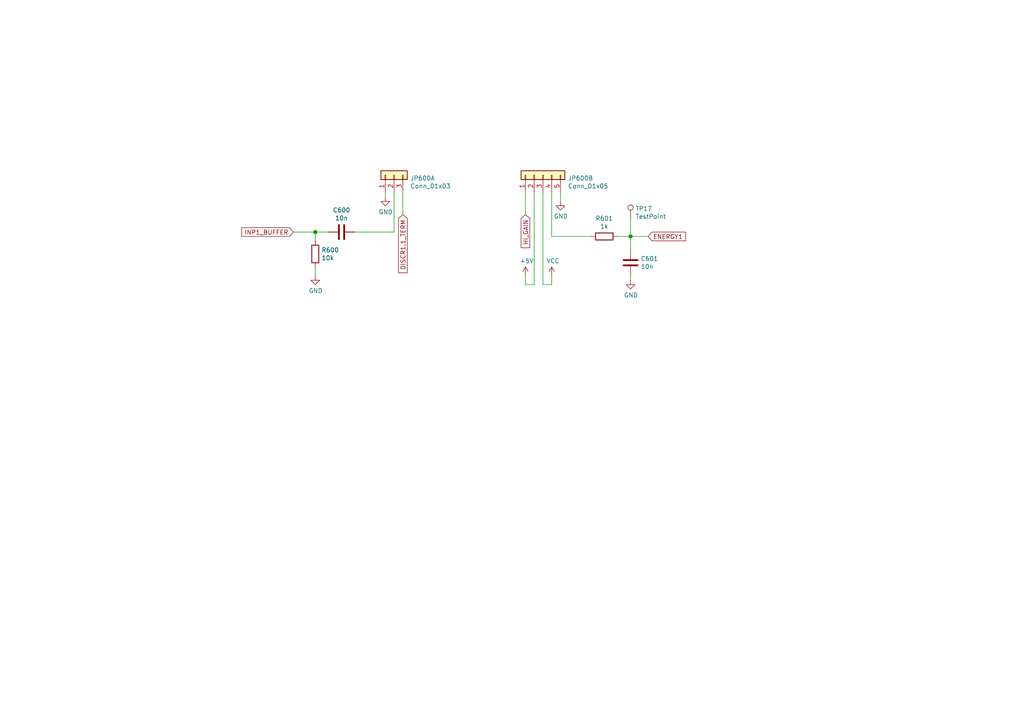
<source format=kicad_sch>
(kicad_sch (version 20210406) (generator eeschema)
  (paper "A4")
  (lib_symbols
    (symbol "Connector:TestPoint" (pin_numbers hide) (pin_names (offset 0.762) hide)
      (property "Reference" "TP" (at 0 6.858 0))
      (property "Value" "TestPoint" (at 0 5.08 0))
      (symbol "TestPoint_0_1"
        (circle (center 0 3.302) (radius 0.762))
      )
      (symbol "TestPoint_1_1"
        (pin passive line (at 0 0 90) (length 2.54) (name "1") (number "1"))
      )
    )
    (symbol "Connector_Generic:Conn_01x03" (pin_names (offset 1.016) hide)
      (property "Reference" "J" (at 0 5.08 0))
      (property "Value" "Conn_01x03" (at 0 -5.08 0))
      (symbol "Conn_01x03_1_1"
        (rectangle (start -1.27 -2.413) (end 0 -2.667) (stroke (width 0.1524)))
        (rectangle (start -1.27 0.127) (end 0 -0.127) (stroke (width 0.1524)))
        (rectangle (start -1.27 2.667) (end 0 2.413) (stroke (width 0.1524)))
        (rectangle (start -1.27 3.81) (end 1.27 -3.81) (stroke (width 0.254)) (fill (type background)))
        (pin passive line (at -5.08 2.54 0) (length 3.81) (name "Pin_1") (number "1"))
        (pin passive line (at -5.08 0 0) (length 3.81) (name "Pin_2") (number "2"))
        (pin passive line (at -5.08 -2.54 0) (length 3.81) (name "Pin_3") (number "3"))
      )
    )
    (symbol "Connector_Generic:Conn_01x05" (pin_names (offset 1.016) hide)
      (property "Reference" "J" (at 0 7.62 0))
      (property "Value" "Conn_01x05" (at 0 -7.62 0))
      (symbol "Conn_01x05_1_1"
        (rectangle (start -1.27 -4.953) (end 0 -5.207) (stroke (width 0.1524)))
        (rectangle (start -1.27 -2.413) (end 0 -2.667) (stroke (width 0.1524)))
        (rectangle (start -1.27 0.127) (end 0 -0.127) (stroke (width 0.1524)))
        (rectangle (start -1.27 2.667) (end 0 2.413) (stroke (width 0.1524)))
        (rectangle (start -1.27 5.207) (end 0 4.953) (stroke (width 0.1524)))
        (rectangle (start -1.27 6.35) (end 1.27 -6.35) (stroke (width 0.254)) (fill (type background)))
        (pin passive line (at -5.08 5.08 0) (length 3.81) (name "Pin_1") (number "1"))
        (pin passive line (at -5.08 2.54 0) (length 3.81) (name "Pin_2") (number "2"))
        (pin passive line (at -5.08 0 0) (length 3.81) (name "Pin_3") (number "3"))
        (pin passive line (at -5.08 -2.54 0) (length 3.81) (name "Pin_4") (number "4"))
        (pin passive line (at -5.08 -5.08 0) (length 3.81) (name "Pin_5") (number "5"))
      )
    )
    (symbol "Device:C" (pin_numbers hide) (pin_names (offset 0.254))
      (property "Reference" "C" (at 0.635 2.54 0))
      (property "Value" "C" (at 0.635 -2.54 0))
      (symbol "C_0_1"
        (polyline (pts (xy -2.032 -0.762) (xy 2.032 -0.762)) (stroke (width 0.508)))
        (polyline (pts (xy -2.032 0.762) (xy 2.032 0.762)) (stroke (width 0.508)))
      )
      (symbol "C_1_1"
        (pin passive line (at 0 3.81 270) (length 2.794) (name "~") (number "1"))
        (pin passive line (at 0 -3.81 90) (length 2.794) (name "~") (number "2"))
      )
    )
    (symbol "Device:R" (pin_numbers hide) (pin_names (offset 0))
      (property "Reference" "R" (at 2.032 0 90))
      (property "Value" "R" (at 0 0 90))
      (symbol "R_0_1"
        (rectangle (start -1.016 -2.54) (end 1.016 2.54) (stroke (width 0.254)))
      )
      (symbol "R_1_1"
        (pin passive line (at 0 3.81 270) (length 1.27) (name "~") (number "1"))
        (pin passive line (at 0 -3.81 90) (length 1.27) (name "~") (number "2"))
      )
    )
    (symbol "power:+5V" (power) (pin_names (offset 0))
      (property "Value" "+5V" (at 0 3.556 0))
      (symbol "+5V_0_1"
        (polyline (pts (xy -0.762 1.27) (xy 0 2.54)))
        (polyline (pts (xy 0 0) (xy 0 2.54)))
        (polyline (pts (xy 0 2.54) (xy 0.762 1.27)))
      )
      (symbol "+5V_1_1"
        (pin power_in line (at 0 0 90) (length 0) hide (name "+5V") (number "1"))
      )
    )
    (symbol "power:GND" (power) (pin_names (offset 0))
      (property "Value" "GND" (at 0 -3.81 0))
      (symbol "GND_0_1"
        (polyline (pts (xy 0 0) (xy 0 -1.27) (xy 1.27 -1.27) (xy 0 -2.54) (xy -1.27 -1.27) (xy 0 -1.27)))
      )
      (symbol "GND_1_1"
        (pin power_in line (at 0 0 270) (length 0) hide (name "GND") (number "1"))
      )
    )
    (symbol "power:VCC" (power) (pin_names (offset 0))
      (property "Value" "VCC" (at 0 3.81 0))
      (symbol "VCC_0_1"
        (polyline (pts (xy -0.762 1.27) (xy 0 2.54)))
        (polyline (pts (xy 0 0) (xy 0 2.54)))
        (polyline (pts (xy 0 2.54) (xy 0.762 1.27)))
      )
      (symbol "VCC_1_1"
        (pin power_in line (at 0 0 90) (length 0) hide (name "VCC") (number "1"))
      )
    )
  )
  (junction (at 91.44 67.31) (diameter 1.016))
  (junction (at 182.88 68.58) (diameter 1.016))
  (wire (pts (xy 85.09 67.31) (xy 91.44 67.31)))
  (wire (pts (xy 91.44 67.31) (xy 91.44 69.85)))
  (wire (pts (xy 91.44 77.47) (xy 91.44 80.01)))
  (wire (pts (xy 95.25 67.31) (xy 91.44 67.31)))
  (wire (pts (xy 102.87 67.31) (xy 114.3 67.31)))
  (wire (pts (xy 111.76 55.88) (xy 111.76 57.15)))
  (wire (pts (xy 114.3 55.88) (xy 114.3 67.31)))
  (wire (pts (xy 116.84 55.88) (xy 116.84 62.23)))
  (wire (pts (xy 152.4 55.88) (xy 152.4 62.23)))
  (wire (pts (xy 152.4 82.55) (xy 152.4 80.01)))
  (wire (pts (xy 154.94 55.88) (xy 154.94 82.55)))
  (wire (pts (xy 154.94 82.55) (xy 152.4 82.55)))
  (wire (pts (xy 157.48 55.88) (xy 157.48 82.55)))
  (wire (pts (xy 157.48 82.55) (xy 160.02 82.55)))
  (wire (pts (xy 160.02 55.88) (xy 160.02 68.58)))
  (wire (pts (xy 160.02 68.58) (xy 171.45 68.58)))
  (wire (pts (xy 160.02 82.55) (xy 160.02 80.01)))
  (wire (pts (xy 162.56 55.88) (xy 162.56 58.42)))
  (wire (pts (xy 179.07 68.58) (xy 182.88 68.58)))
  (wire (pts (xy 182.88 63.5) (xy 182.88 68.58)))
  (wire (pts (xy 182.88 68.58) (xy 182.88 72.39)))
  (wire (pts (xy 182.88 68.58) (xy 187.96 68.58)))
  (wire (pts (xy 182.88 80.01) (xy 182.88 81.28)))
  (global_label "INP1_BUFFER" (shape input) (at 85.09 67.31 180) (property "Intersheet References" "${INTERSHEET_REFS}" (effects hide)))
  (global_label "DISCR1.1_TERM" (shape input) (at 116.84 62.23 270) (property "Intersheet References" "${INTERSHEET_REFS}" (effects hide)))
  (global_label "HI_GAIN" (shape input) (at 152.4 62.23 270) (property "Intersheet References" "${INTERSHEET_REFS}" (effects hide)))
  (global_label "ENERGY1" (shape input) (at 187.96 68.58 0) (property "Intersheet References" "${INTERSHEET_REFS}" (effects hide)))
  (symbol (lib_id "power:+5V") (at 152.4 80.01 0) (unit 1)
    (property "Reference" "#PWR0170" (effects hide))
    (property "Value" "+5V" (at 152.7683 75.6856 0))
  )
  (symbol (lib_id "power:VCC") (at 160.02 80.01 0) (unit 1)
    (property "Reference" "#PWR0171" (effects hide))
    (property "Value" "VCC" (at 160.3883 75.6856 0))
  )
  (symbol (lib_id "Connector:TestPoint") (at 182.88 63.5 0) (unit 1)
    (property "Reference" "TP17" (at 184.2771 60.5091 0) (effects (justify left)))
    (property "Value" "TestPoint" (at 184.2771 62.8078 0) (effects (justify left)))
  )
  (symbol (lib_id "power:GND") (at 91.44 80.01 0) (unit 1)
    (property "Reference" "#PWR0172" (effects hide))
    (property "Value" "GND" (at 91.5543 84.3344 0))
  )
  (symbol (lib_id "power:GND") (at 111.76 57.15 0) (unit 1)
    (property "Reference" "#PWR0169" (effects hide))
    (property "Value" "GND" (at 111.8743 61.4744 0))
  )
  (symbol (lib_id "power:GND") (at 162.56 58.42 0) (unit 1)
    (property "Reference" "#PWR0168" (effects hide))
    (property "Value" "GND" (at 162.6743 62.7444 0))
  )
  (symbol (lib_id "power:GND") (at 182.88 81.28 0) (unit 1)
    (property "Reference" "#PWR0173" (effects hide))
    (property "Value" "GND" (at 182.9943 85.6044 0))
  )
  (symbol (lib_id "Device:R") (at 91.44 73.66 0) (unit 1)
    (property "Reference" "R600" (at 93.218 72.517 0) (effects (justify left)))
    (property "Value" "10k" (at 93.218 74.803 0) (effects (justify left)))
    (property "Footprint" "Resistor_SMD:R_0805_2012Metric_Pad1.20x1.40mm_HandSolder" (effects hide))
    (property "JLCBasicPart" "Basic" (effects hide))
    (property "JLCPartNr" "C17414" (effects hide))
    (property "JLCType" "0805W8F1002T5E" (effects hide))
    (property "OriginalType" "WR08X1002FTL" (effects hide))
  )
  (symbol (lib_id "Device:R") (at 175.26 68.58 90) (unit 1)
    (property "Reference" "R601" (at 175.26 63.3538 90))
    (property "Value" "1k" (at 175.26 65.6525 90))
    (property "Footprint" "Resistor_SMD:R_0805_2012Metric_Pad1.20x1.40mm_HandSolder" (effects hide))
    (property "JLCBasicPart" "Basic" (effects hide))
    (property "JLCPartNr" "C17513" (effects hide))
    (property "JLCType" "0805W8F1001T5E" (effects hide))
    (property "OriginalType" "AR05FTDW1001 " (effects hide))
  )
  (symbol (lib_id "Device:C") (at 99.06 67.31 270) (unit 1)
    (property "Reference" "C600" (at 99.06 60.9346 90))
    (property "Value" "10n" (at 99.06 63.246 90))
    (property "Footprint" "Capacitor_SMD:C_0805_2012Metric_Pad1.18x1.45mm_HandSolder" (effects hide))
    (property "JLCBasicPart" "Basic" (effects hide))
    (property "JLCPartNr" "C1710" (effects hide))
    (property "JLCType" "CL21B103KBANNNC" (effects hide))
    (property "OriginalType" "GRM216R71H103KA01D " (effects hide))
  )
  (symbol (lib_id "Device:C") (at 182.88 76.2 0) (unit 1)
    (property "Reference" "C601" (at 185.8011 75.0506 0) (effects (justify left)))
    (property "Value" "10n" (at 185.8011 77.3493 0) (effects (justify left)))
    (property "Footprint" "Capacitor_SMD:C_0805_2012Metric_Pad1.18x1.45mm_HandSolder" (effects hide))
    (property "JLCBasicPart" "Basic" (effects hide))
    (property "JLCPartNr" "C1710" (effects hide))
    (property "JLCType" "CL21B103KBANNNC" (effects hide))
    (property "OriginalType" "GRM216R71H103KA01D " (effects hide))
  )
  (symbol (lib_id "Connector_Generic:Conn_01x03") (at 114.3 50.8 90) (unit 1)
    (property "Reference" "JP600A" (at 118.9736 51.689 90) (effects (justify right)))
    (property "Value" "Conn_01x03" (at 118.9737 53.9813 90) (effects (justify right)))
  )
  (symbol (lib_id "Connector_Generic:Conn_01x05") (at 157.48 50.8 90) (unit 1)
    (property "Reference" "JP600B" (at 164.6936 51.689 90) (effects (justify right)))
    (property "Value" "Conn_01x05" (at 164.6937 53.9813 90) (effects (justify right)))
  )
)
</source>
